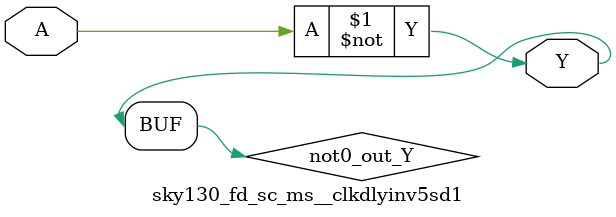
<source format=v>
/*
 * Copyright 2020 The SkyWater PDK Authors
 *
 * Licensed under the Apache License, Version 2.0 (the "License");
 * you may not use this file except in compliance with the License.
 * You may obtain a copy of the License at
 *
 *     https://www.apache.org/licenses/LICENSE-2.0
 *
 * Unless required by applicable law or agreed to in writing, software
 * distributed under the License is distributed on an "AS IS" BASIS,
 * WITHOUT WARRANTIES OR CONDITIONS OF ANY KIND, either express or implied.
 * See the License for the specific language governing permissions and
 * limitations under the License.
 *
 * SPDX-License-Identifier: Apache-2.0
*/


`ifndef SKY130_FD_SC_MS__CLKDLYINV5SD1_FUNCTIONAL_V
`define SKY130_FD_SC_MS__CLKDLYINV5SD1_FUNCTIONAL_V

/**
 * clkdlyinv5sd1: Clock Delay Inverter 5-stage 0.15um length inner
 *                stage gate.
 *
 * Verilog simulation functional model.
 */

`timescale 1ns / 1ps
`default_nettype none

`celldefine
module sky130_fd_sc_ms__clkdlyinv5sd1 (
    Y,
    A
);

    // Module ports
    output Y;
    input  A;

    // Local signals
    wire not0_out_Y;

    //  Name  Output      Other arguments
    not not0 (not0_out_Y, A              );
    buf buf0 (Y         , not0_out_Y     );

endmodule
`endcelldefine

`default_nettype wire
`endif  // SKY130_FD_SC_MS__CLKDLYINV5SD1_FUNCTIONAL_V

</source>
